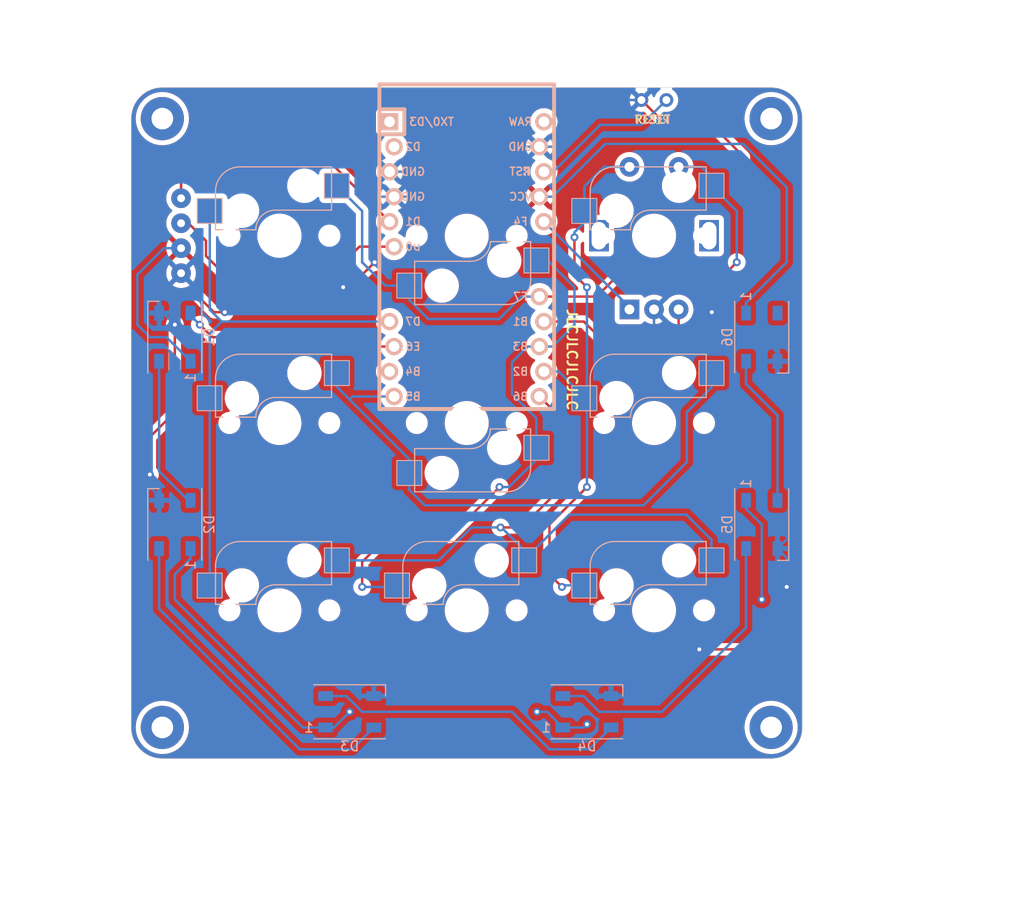
<source format=kicad_pcb>
(kicad_pcb (version 20221018) (generator pcbnew)
  (layers (0 "F.Cu" signal) (31 "B.Cu" signal) (34 "B.Paste" user) (35 "F.Paste" user) (36 "B.SilkS" user "B.Silkscreen") (37 "F.SilkS" user "F.Silkscreen") (38 "B.Mask" user) (39 "F.Mask" user) (44 "Edge.Cuts" user))
  (net 0 "")
  (net 1 "ROW0")
  (net 2 "COL0")
  (net 3 "COL1")
  (net 4 "COL2")
  (net 5 "ROW1")
  (net 6 "ROW2")
  (net 7 "GND")
  (net 8 "ENC2_A")
  (net 9 "ENC2_B")
  (net 10 "SDA")
  (net 11 "VCC")
  (net 12 "SCL_SCK")
  (net 13 "RST")
  (net 14 "Net-(D1-DOUT)")
  (net 15 "LED_DATA")
  (net 16 "Net-(D2-DOUT)")
  (net 17 "Net-(D3-DOUT)")
  (net 18 "Net-(D4-DOUT)")
  (net 19 "Net-(D5-DOUT)")
  (footprint "MX_Only:MXOnly-1U-Hotswap" (layer "F.Cu") (at 120.49125 59.53125)
    (fp_text reference "MX1")
    (fp_text value "MX-NoLED")
    (pad "" np_thru_hole circle (at -5.08 0 48.0996) (size 1.75 1.75) (drill 1.75) (layers "*.Cu" "*.Mask"))
    (pad "" np_thru_hole circle (at -3.81 -2.54) (size 3 3) (drill 3) (layers "*.Cu" "*.Mask"))
    (pad "" np_thru_hole circle (at 0 0) (size 3.9878 3.9878) (drill 3.9878) (layers "*.Cu" "*.Mask"))
    (pad "" np_thru_hole circle (at 2.54 -5.08) (size 3 3) (drill 3) (layers "*.Cu" "*.Mask"))
    (pad "" np_thru_hole circle (at 5.08 0 48.0996) (size 1.75 1.75) (drill 1.75) (layers "*.Cu" "*.Mask"))
    (pad "1" smd rect (at -7.085 -2.54) (size 2.55 2.5) (layers "B.Cu" "B.Paste" "B.Mask") (net 2 "COL0"))
    (pad "2" smd rect (at 5.842 -5.08) (size 2.55 2.5) (layers "B.Cu" "B.Paste" "B.Mask") (net 1 "ROW0"))
  )
  (footprint "MX_Only:MXOnly-1U-Hotswap" (layer "F.Cu") (at 139.54125 59.53125 180)
    (fp_text reference "MX2")
    (fp_text value "MX-NoLED")
    (pad "" np_thru_hole circle (at -5.08 0 228.0996) (size 1.75 1.75) (drill 1.75) (layers "*.Cu" "*.Mask"))
    (pad "" np_thru_hole circle (at -3.81 -2.54 180) (size 3 3) (drill 3) (layers "*.Cu" "*.Mask"))
    (pad "" np_thru_hole circle (at 0 0 180) (size 3.9878 3.9878) (drill 3.9878) (layers "*.Cu" "*.Mask"))
    (pad "" np_thru_hole circle (at 2.54 -5.08 180) (size 3 3) (drill 3) (layers "*.Cu" "*.Mask"))
    (pad "" np_thru_hole circle (at 5.08 0 228.0996) (size 1.75 1.75) (drill 1.75) (layers "*.Cu" "*.Mask"))
    (pad "1" smd rect (at -7.085 -2.54 180) (size 2.55 2.5) (layers "B.Cu" "B.Paste" "B.Mask") (net 3 "COL1"))
    (pad "2" smd rect (at 5.842 -5.08 180) (size 2.55 2.5) (layers "B.Cu" "B.Paste" "B.Mask") (net 1 "ROW0"))
  )
  (footprint "MX_Only:MXOnly-1U-Hotswap" (layer "F.Cu") (at 158.59125 59.53125)
    (fp_text reference "MX3")
    (fp_text value "MX-NoLED")
    (pad "" np_thru_hole circle (at -5.08 0 48.0996) (size 1.75 1.75) (drill 1.75) (layers "*.Cu" "*.Mask"))
    (pad "" np_thru_hole circle (at -3.81 -2.54) (size 3 3) (drill 3) (layers "*.Cu" "*.Mask"))
    (pad "" np_thru_hole circle (at 0 0) (size 3.9878 3.9878) (drill 3.9878) (layers "*.Cu" "*.Mask"))
    (pad "" np_thru_hole circle (at 2.54 -5.08) (size 3 3) (drill 3) (layers "*.Cu" "*.Mask"))
    (pad "" np_thru_hole circle (at 5.08 0 48.0996) (size 1.75 1.75) (drill 1.75) (layers "*.Cu" "*.Mask"))
    (pad "1" smd rect (at -7.085 -2.54) (size 2.55 2.5) (layers "B.Cu" "B.Paste" "B.Mask") (net 4 "COL2"))
    (pad "2" smd rect (at 5.842 -5.08) (size 2.55 2.5) (layers "B.Cu" "B.Paste" "B.Mask") (net 1 "ROW0"))
  )
  (footprint "MX_Only:MXOnly-1U-Hotswap" (layer "F.Cu") (at 139.54125 78.58125 180)
    (fp_text reference "MX5")
    (fp_text value "MX-NoLED")
    (pad "" np_thru_hole circle (at -5.08 0 228.0996) (size 1.75 1.75) (drill 1.75) (layers "*.Cu" "*.Mask"))
    (pad "" np_thru_hole circle (at -3.81 -2.54 180) (size 3 3) (drill 3) (layers "*.Cu" "*.Mask"))
    (pad "" np_thru_hole circle (at 0 0 180) (size 3.9878 3.9878) (drill 3.9878) (layers "*.Cu" "*.Mask"))
    (pad "" np_thru_hole circle (at 2.54 -5.08 180) (size 3 3) (drill 3) (layers "*.Cu" "*.Mask"))
    (pad "" np_thru_hole circle (at 5.08 0 228.0996) (size 1.75 1.75) (drill 1.75) (layers "*.Cu" "*.Mask"))
    (pad "1" smd rect (at -7.085 -2.54 180) (size 2.55 2.5) (layers "B.Cu" "B.Paste" "B.Mask") (net 3 "COL1"))
    (pad "2" smd rect (at 5.842 -5.08 180) (size 2.55 2.5) (layers "B.Cu" "B.Paste" "B.Mask") (net 5 "ROW1"))
  )
  (footprint "MX_Only:MXOnly-1U-Hotswap" (layer "F.Cu") (at 158.59125 78.58125)
    (fp_text reference "MX6")
    (fp_text value "MX-NoLED")
    (pad "" np_thru_hole circle (at -5.08 0 48.0996) (size 1.75 1.75) (drill 1.75) (layers "*.Cu" "*.Mask"))
    (pad "" np_thru_hole circle (at -3.81 -2.54) (size 3 3) (drill 3) (layers "*.Cu" "*.Mask"))
    (pad "" np_thru_hole circle (at 0 0) (size 3.9878 3.9878) (drill 3.9878) (layers "*.Cu" "*.Mask"))
    (pad "" np_thru_hole circle (at 2.54 -5.08) (size 3 3) (drill 3) (layers "*.Cu" "*.Mask"))
    (pad "" np_thru_hole circle (at 5.08 0 48.0996) (size 1.75 1.75) (drill 1.75) (layers "*.Cu" "*.Mask"))
    (pad "1" smd rect (at -7.085 -2.54) (size 2.55 2.5) (layers "B.Cu" "B.Paste" "B.Mask") (net 4 "COL2"))
    (pad "2" smd rect (at 5.842 -5.08) (size 2.55 2.5) (layers "B.Cu" "B.Paste" "B.Mask") (net 5 "ROW1"))
  )
  (footprint "MX_Only:MXOnly-1U-Hotswap" (layer "F.Cu") (at 120.49125 97.63125)
    (fp_text reference "MX7")
    (fp_text value "MX-NoLED")
    (pad "" np_thru_hole circle (at -5.08 0 48.0996) (size 1.75 1.75) (drill 1.75) (layers "*.Cu" "*.Mask"))
    (pad "" np_thru_hole circle (at -3.81 -2.54) (size 3 3) (drill 3) (layers "*.Cu" "*.Mask"))
    (pad "" np_thru_hole circle (at 0 0) (size 3.9878 3.9878) (drill 3.9878) (layers "*.Cu" "*.Mask"))
    (pad "" np_thru_hole circle (at 2.54 -5.08) (size 3 3) (drill 3) (layers "*.Cu" "*.Mask"))
    (pad "" np_thru_hole circle (at 5.08 0 48.0996) (size 1.75 1.75) (drill 1.75) (layers "*.Cu" "*.Mask"))
    (pad "1" smd rect (at -7.085 -2.54) (size 2.55 2.5) (layers "B.Cu" "B.Paste" "B.Mask") (net 2 "COL0"))
    (pad "2" smd rect (at 5.842 -5.08) (size 2.55 2.5) (layers "B.Cu" "B.Paste" "B.Mask") (net 6 "ROW2"))
  )
  (footprint "MX_Only:MXOnly-1U-Hotswap" (layer "F.Cu") (at 139.54125 97.63125)
    (fp_text reference "MX8")
    (fp_text value "MX-NoLED")
    (pad "" np_thru_hole circle (at -5.08 0 48.0996) (size 1.75 1.75) (drill 1.75) (layers "*.Cu" "*.Mask"))
    (pad "" np_thru_hole circle (at -3.81 -2.54) (size 3 3) (drill 3) (layers "*.Cu" "*.Mask"))
    (pad "" np_thru_hole circle (at 0 0) (size 3.9878 3.9878) (drill 3.9878) (layers "*.Cu" "*.Mask"))
    (pad "" np_thru_hole circle (at 2.54 -5.08) (size 3 3) (drill 3) (layers "*.Cu" "*.Mask"))
    (pad "" np_thru_hole circle (at 5.08 0 48.0996) (size 1.75 1.75) (drill 1.75) (layers "*.Cu" "*.Mask"))
    (pad "1" smd rect (at -7.085 -2.54) (size 2.55 2.5) (layers "B.Cu" "B.Paste" "B.Mask") (net 3 "COL1"))
    (pad "2" smd rect (at 5.842 -5.08) (size 2.55 2.5) (layers "B.Cu" "B.Paste" "B.Mask") (net 6 "ROW2"))
  )
  (footprint "MX_Only:MXOnly-1U-Hotswap" (layer "F.Cu") (at 158.59125 97.63125)
    (fp_text reference "MX9")
    (fp_text value "MX-NoLED")
    (pad "" np_thru_hole circle (at -5.08 0 48.0996) (size 1.75 1.75) (drill 1.75) (layers "*.Cu" "*.Mask"))
    (pad "" np_thru_hole circle (at -3.81 -2.54) (size 3 3) (drill 3) (layers "*.Cu" "*.Mask"))
    (pad "" np_thru_hole circle (at 0 0) (size 3.9878 3.9878) (drill 3.9878) (layers "*.Cu" "*.Mask"))
    (pad "" np_thru_hole circle (at 2.54 -5.08) (size 3 3) (drill 3) (layers "*.Cu" "*.Mask"))
    (pad "" np_thru_hole circle (at 5.08 0 48.0996) (size 1.75 1.75) (drill 1.75) (layers "*.Cu" "*.Mask"))
    (pad "1" smd rect (at -7.085 -2.54) (size 2.55 2.5) (layers "B.Cu" "B.Paste" "B.Mask") (net 4 "COL2"))
    (pad "2" smd rect (at 5.842 -5.08) (size 2.55 2.5) (layers "B.Cu" "B.Paste" "B.Mask") (net 6 "ROW2"))
  )
  (footprint "128x32_OLED:128x32_OLED_F_ROTATE" (layer "F.Cu") (at 106.739 59.53125 90)
    (fp_text reference "U1" hide)
    (fp_text value "128x32_OLED_S")
    (pad "1" thru_hole circle (at 3.8095 3.751 180) (size 2 2) (drill 0.8) (layers "*.Cu" "*.Mask") (net 10 "SDA"))
    (pad "2" thru_hole circle (at 1.2695 3.751 180) (size 2 2) (drill 0.8) (layers "*.Cu" "*.Mask") (net 12 "SCL_SCK"))
    (pad "3" thru_hole circle (at -1.2705 3.751 180) (size 2 2) (drill 0.8) (layers "*.Cu" "*.Mask") (net 11 "VCC"))
    (pad "4" thru_hole circle (at -3.8105 3.751 180) (size 2 2) (drill 0.8) (layers "*.Cu" "*.Mask") (net 7 "GND"))
  )
  (footprint "Keebio-Parts.pretty-master:ArduinoProMicro-ZigZag" (layer "F.Cu") (at 139.54125 61.9125 -90)
    (fp_text reference "U2" hide)
    (fp_text value "ProMicro" hide)
    (fp_text user "D2" (at -11.43 5.461) (layer "B.SilkS") (effects (font (size 0.8 0.8)) (justify mirror)))
    (fp_text user "D7" (at 6.35 5.461) (layer "B.SilkS") (effects (font (size 0.8 0.8)) (justify mirror)))
    (fp_text user "B4" (at 11.43 5.461) (layer "B.SilkS") (effects (font (size 0.8 0.8)) (justify mirror)))
    (fp_text user "GND" (at -11.43 -5.461) (layer "B.SilkS") (effects (font (size 0.8 0.8)) (justify mirror)))
    (fp_text user "F7" (at 3.81 -5.461) (layer "B.SilkS") (effects (font (size 0.8 0.8)) (justify mirror)))
    (fp_text user "ST" (at -8.91 -5.04) (layer "B.SilkS") (effects (font (size 0.8 0.8)) (justify mirror)))
    (fp_text user "F4" (at -3.81 -5.461) (layer "B.SilkS") (effects (font (size 0.8 0.8)) (justify mirror)))
    (fp_text user "VCC" (at -6.35 -5.461) (layer "B.SilkS") (effects (font (size 0.8 0.8)) (justify mirror)))
    (fp_text user "B1" (at 6.35 -5.461) (layer "B.SilkS") (effects (font (size 0.8 0.8)) (justify mirror)))
    (fp_text user "B2" (at 11.43 -5.461) (layer "B.SilkS") (effects (font (size 0.8 0.8)) (justify mirror)))
    (fp_text user "B5" (at 13.97 5.461) (layer "B.SilkS") (effects (font (size 0.8 0.8)) (justify mirror)))
    (fp_text user "GND" (at -8.89 5.461) (layer "B.SilkS") (effects (font (size 0.8 0.8)) (justify mirror)))
    (fp_text user "D0" (at -1.27 5.461) (layer "B.SilkS") (effects (font (size 0.8 0.8)) (justify mirror)))
    (fp_text user "B6" (at 13.97 -5.461) (layer "B.SilkS") (effects (font (size 0.8 0.8)) (justify mirror)))
    (fp_text user "D1" (at -3.81 5.461) (layer "B.SilkS") (effects (font (size 0.8 0.8)) (justify mirror)))
    (fp_text user "RAW" (at -13.97 -5.461) (layer "B.SilkS") (effects (font (size 0.8 0.8)) (justify mirror)))
    (fp_text user "GND" (at -6.35 5.461) (layer "B.SilkS") (effects (font (size 0.8 0.8)) (justify mirror)))
    (fp_text user "E6" (at 8.89 5.461) (layer "B.SilkS") (effects (font (size 0.8 0.8)) (justify mirror)))
    (fp_text user "TX0/D3" (at -13.97 3.571872) (layer "B.SilkS") (effects (font (size 0.8 0.8)) (justify mirror)))
    (fp_text user "B3" (at 8.89 -5.461) (layer "B.SilkS") (effects (font (size 0.8 0.8)) (justify mirror)))
    (pad "1" thru_hole rect (at -13.97 7.8486 270) (size 1.7526 1.7526) (drill 1.0922) (layers "*.Cu" "*.SilkS" "*.Mask"))
    (pad "2" thru_hole circle (at -11.43 7.3914 270) (size 1.7526 1.7526) (drill 1.0922) (layers "*.Cu" "*.SilkS" "*.Mask"))
    (pad "3" thru_hole circle (at -8.89 7.8486 270) (size 1.7526 1.7526) (drill 1.0922) (layers "*.Cu" "*.SilkS" "*.Mask") (net 7 "GND"))
    (pad "4" thru_hole circle (at -6.35 7.3914 270) (size 1.7526 1.7526) (drill 1.0922) (layers "*.Cu" "*.SilkS" "*.Mask") (net 7 "GND"))
    (pad "5" thru_hole circle (at -3.81 7.8486 270) (size 1.7526 1.7526) (drill 1.0922) (layers "*.Cu" "*.SilkS" "*.Mask") (net 10 "SDA"))
    (pad "6" thru_hole circle (at -1.27 7.3914 270) (size 1.7526 1.7526) (drill 1.0922) (layers "*.Cu" "*.SilkS" "*.Mask") (net 12 "SCL_SCK"))
    (pad "9" thru_hole circle (at 6.35 7.8486 270) (size 1.7526 1.7526) (drill 1.0922) (layers "*.Cu" "*.SilkS" "*.Mask") (net 2 "COL0"))
    (pad "10" thru_hole circle (at 8.89 7.3914 270) (size 1.7526 1.7526) (drill 1.0922) (layers "*.Cu" "*.SilkS" "*.Mask") (net 15 "LED_DATA"))
    (pad "11" thru_hole circle (at 11.43 7.8486 270) (size 1.7526 1.7526) (drill 1.0922) (layers "*.Cu" "*.SilkS" "*.Mask"))
    (pad "12" thru_hole circle (at 13.97 7.3914 270) (size 1.7526 1.7526) (drill 1.0922) (layers "*.Cu" "*.SilkS" "*.Mask") (net 5 "ROW1"))
    (pad "13" thru_hole circle (at 13.97 -7.3914 270) (size 1.7526 1.7526) (drill 1.0922) (layers "*.Cu" "*.SilkS" "*.Mask") (net 6 "ROW2"))
    (pad "14" thru_hole circle (at 11.43 -7.8486 270) (size 1.7526 1.7526) (drill 1.0922) (layers "*.Cu" "*.SilkS" "*.Mask") (net 4 "COL2"))
    (pad "15" thru_hole circle (at 8.89 -7.3914 270) (size 1.7526 1.7526) (drill 1.0922) (layers "*.Cu" "*.SilkS" "*.Mask") (net 3 "COL1"))
    (pad "16" thru_hole circle (at 6.35 -7.8486 270) (size 1.7526 1.7526) (drill 1.0922) (layers "*.Cu" "*.SilkS" "*.Mask") (net 9 "ENC2_B"))
    (pad "17" thru_hole circle (at 3.81 -7.3914 270) (size 1.7526 1.7526) (drill 1.0922) (layers "*.Cu" "*.SilkS" "*.Mask") (net 1 "ROW0"))
    (pad "20" thru_hole circle (at -3.81 -7.8486 270) (size 1.7526 1.7526) (drill 1.0922) (layers "*.Cu" "*.SilkS" "*.Mask") (net 8 "ENC2_A"))
    (pad "21" thru_hole circle (at -6.35 -7.3914 270) (size 1.7526 1.7526) (drill 1.0922) (layers "*.Cu" "*.SilkS" "*.Mask") (net 11 "VCC"))
    (pad "22" thru_hole circle (at -8.89 -7.8486 270) (size 1.7526 1.7526) (drill 1.0922) (layers "*.Cu" "*.SilkS" "*.Mask") (net 13 "RST"))
    (pad "23" thru_hole circle (at -11.43 -7.3914 270) (size 1.7526 1.7526) (drill 1.0922) (layers "*.Cu" "*.SilkS" "*.Mask") (net 7 "GND"))
    (pad "24" thru_hole circle (at -13.97 -7.8486 270) (size 1.7526 1.7526) (drill 1.0922) (layers "*.Cu" "*.SilkS" "*.Mask"))
  )
  (footprint "Rotary_Encoder:RotaryEncoder_Alps_EC11E-Switch_Vertical_H20mm" (layer "F.Cu") (at 158.59125 59.53125 90)
    (fp_text reference "SW2" hide)
    (fp_text value "Rotary_Encoder_Switch")
    (pad "" np_thru_hole rect (at 0 -5.6 90) (size 3.2 2) (drill oval 2.8 1.5) (layers "*.Cu" "*.Mask"))
    (pad "" np_thru_hole rect (at 0 5.6 90) (size 3.2 2) (drill oval 2.8 1.5) (layers "*.Cu" "*.Mask"))
    (pad "A" thru_hole rect (at -7.5 -2.5 90) (size 2 2) (drill 1) (layers "*.Cu" "*.Mask") (net 8 "ENC2_A"))
    (pad "B" thru_hole circle (at -7.5 2.5 90) (size 2 2) (drill 1) (layers "*.Cu" "*.Mask") (net 9 "ENC2_B"))
    (pad "C" thru_hole circle (at -7.5 0 90) (size 2 2) (drill 1) (layers "*.Cu" "*.Mask") (net 7 "GND"))
    (pad "S1" thru_hole circle (at 7 2.5 90) (size 2 2) (drill 1) (layers "*.Cu" "*.Mask") (net 1 "ROW0"))
    (pad "S2" thru_hole circle (at 7 -2.5 90) (size 2 2) (drill 1) (layers "*.Cu" "*.Mask") (net 4 "COL2"))
  )
  (footprint "MX_Only:MXOnly-1U-Hotswap" (layer "F.Cu") (at 120.49125 78.58125)
    (fp_text reference "MX4")
    (fp_text value "MX-NoLED")
    (pad "" np_thru_hole circle (at -5.08 0 48.0996) (size 1.75 1.75) (drill 1.75) (layers "*.Cu" "*.Mask"))
    (pad "" np_thru_hole circle (at -3.81 -2.54) (size 3 3) (drill 3) (layers "*.Cu" "*.Mask"))
    (pad "" np_thru_hole circle (at 0 0) (size 3.9878 3.9878) (drill 3.9878) (layers "*.Cu" "*.Mask"))
    (pad "" np_thru_hole circle (at 2.54 -5.08) (size 3 3) (drill 3) (layers "*.Cu" "*.Mask"))
    (pad "" np_thru_hole circle (at 5.08 0 48.0996) (size 1.75 1.75) (drill 1.75) (layers "*.Cu" "*.Mask"))
    (pad "1" smd rect (at -7.085 -2.54) (size 2.55 2.5) (layers "B.Cu" "B.Paste" "B.Mask") (net 2 "COL0"))
    (pad "2" smd rect (at 5.842 -5.08) (size 2.55 2.5) (layers "B.Cu" "B.Paste" "B.Mask") (net 5 "ROW1"))
  )
  (footprint "TestPoint:TestPoint_2Pads_Pitch2.54mm_Drill0.8mm" (layer "F.Cu") (at 159.84565 45.73386 180)
    (fp_text reference "TP1" hide)
    (fp_text value "TestPoint_2Pole")
    (pad "1" thru_hole circle (at 0 0 180) (size 1.4 1.4) (drill 0.8) (layers "*.Cu" "*.Mask") (net 13 "RST"))
    (pad "2" thru_hole circle (at 2.54 0 180) (size 1.4 1.4) (drill 0.8) (layers "*.Cu" "*.Mask") (net 7 "GND"))
  )
  (footprint "MountingHole:MountingHole_2.2mm_M2_Pad" (layer "F.Cu") (at 108.585 47.625)
    (fp_text reference "REF**" hide)
    (fp_text value "MountingHole_2.2mm_M2_Pad")
    (pad "1" thru_hole circle (at 0 0) (size 4.4 4.4) (drill 2.2) (layers "*.Cu" "*.Mask"))
  )
  (footprint "MountingHole:MountingHole_2.2mm_M2_Pad" (layer "F.Cu") (at 108.585 109.5375)
    (fp_text reference "REF**" hide)
    (fp_text value "MountingHole_2.2mm_M2_Pad")
    (pad "1" thru_hole circle (at 0 0) (size 4.4 4.4) (drill 2.2) (layers "*.Cu" "*.Mask"))
  )
  (footprint "MountingHole:MountingHole_2.2mm_M2_Pad" (layer "F.Cu") (at 170.4975 109.5375)
    (fp_text reference "REF**" hide)
    (fp_text value "MountingHole_2.2mm_M2_Pad")
    (pad "1" thru_hole circle (at 0 0) (size 4.4 4.4) (drill 2.2) (layers "*.Cu" "*.Mask"))
  )
  (footprint "MountingHole:MountingHole_2.2mm_M2_Pad" (layer "F.Cu") (at 170.4975 47.625)
    (fp_text reference "REF**" hide)
    (fp_text value "MountingHole_2.2mm_M2_Pad")
    (pad "1" thru_hole circle (at 0 0) (size 4.4 4.4) (drill 2.2) (layers "*.Cu" "*.Mask"))
  )
  (footprint "LED_SMD:LED_WS2812B_PLCC4_5.0x5.0mm_P3.2mm" (layer "B.Cu") (at 109.855 88.9 90)
    (fp_text reference "D2" (at 0 3.5 90) (layer "B.SilkS") (effects (justify mirror)))
    (fp_text value "WS2812B")
    (fp_text user "1" (at -4.15 1.6 90) (layer "B.SilkS") (effects (justify mirror)))
    (pad "1" smd rect (at -2.45 1.6 90) (size 1.5 1) (layers "B.Cu" "B.Paste" "B.Mask") (net 11 "VCC"))
    (pad "2" smd rect (at -2.45 -1.6 90) (size 1.5 1) (layers "B.Cu" "B.Paste" "B.Mask") (net 16 "Net-(D2-DOUT)"))
    (pad "3" smd rect (at 2.45 -1.6 90) (size 1.5 1) (layers "B.Cu" "B.Paste" "B.Mask") (net 7 "GND"))
    (pad "4" smd rect (at 2.45 1.6 90) (size 1.5 1) (layers "B.Cu" "B.Paste" "B.Mask") (net 14 "Net-(D1-DOUT)"))
  )
  (footprint "LED_SMD:LED_WS2812B_PLCC4_5.0x5.0mm_P3.2mm" (layer "B.Cu") (at 127.635 107.95)
    (fp_text reference "D3" (at 0 3.5) (layer "B.SilkS") (effects (justify mirror)))
    (fp_text value "WS2812B")
    (fp_text user "1" (at -4.15 1.6) (layer "B.SilkS") (effects (justify mirror)))
    (pad "1" smd rect (at -2.45 1.6) (size 1.5 1) (layers "B.Cu" "B.Paste" "B.Mask") (net 11 "VCC"))
    (pad "2" smd rect (at -2.45 -1.6) (size 1.5 1) (layers "B.Cu" "B.Paste" "B.Mask") (net 17 "Net-(D3-DOUT)"))
    (pad "3" smd rect (at 2.45 -1.6) (size 1.5 1) (layers "B.Cu" "B.Paste" "B.Mask") (net 7 "GND"))
    (pad "4" smd rect (at 2.45 1.6) (size 1.5 1) (layers "B.Cu" "B.Paste" "B.Mask") (net 16 "Net-(D2-DOUT)"))
  )
  (footprint "LED_SMD:LED_WS2812B_PLCC4_5.0x5.0mm_P3.2mm" (layer "B.Cu") (at 169.545 88.9 -90)
    (fp_text reference "D5" (at 0 3.5 90) (layer "B.SilkS") (effects (justify mirror)))
    (fp_text value "WS2812B")
    (fp_text user "1" (at -4.15 1.6 90) (layer "B.SilkS") (effects (justify mirror)))
    (pad "1" smd rect (at -2.45 1.6 270) (size 1.5 1) (layers "B.Cu" "B.Paste" "B.Mask") (net 11 "VCC"))
    (pad "2" smd rect (at -2.45 -1.6 270) (size 1.5 1) (layers "B.Cu" "B.Paste" "B.Mask") (net 19 "Net-(D5-DOUT)"))
    (pad "3" smd rect (at 2.45 -1.6 270) (size 1.5 1) (layers "B.Cu" "B.Paste" "B.Mask") (net 7 "GND"))
    (pad "4" smd rect (at 2.45 1.6 270) (size 1.5 1) (layers "B.Cu" "B.Paste" "B.Mask") (net 18 "Net-(D4-DOUT)"))
  )
  (footprint "LED_SMD:LED_WS2812B_PLCC4_5.0x5.0mm_P3.2mm" (layer "B.Cu") (at 109.855 69.85 90)
    (fp_text reference "D1" (at 0 3.5 90) (layer "B.SilkS") (effects (justify mirror)))
    (fp_text value "WS2812B")
    (fp_text user "1" (at -4.15 1.6 90) (layer "B.SilkS") (effects (justify mirror)))
    (pad "1" smd rect (at -2.45 1.6 90) (size 1.5 1) (layers "B.Cu" "B.Paste" "B.Mask") (net 11 "VCC"))
    (pad "2" smd rect (at -2.45 -1.6 90) (size 1.5 1) (layers "B.Cu" "B.Paste" "B.Mask") (net 14 "Net-(D1-DOUT)"))
    (pad "3" smd rect (at 2.45 -1.6 90) (size 1.5 1) (layers "B.Cu" "B.Paste" "B.Mask") (net 7 "GND"))
    (pad "4" smd rect (at 2.45 1.6 90) (size 1.5 1) (layers "B.Cu" "B.Paste" "B.Mask") (net 15 "LED_DATA"))
  )
  (footprint "LED_SMD:LED_WS2812B_PLCC4_5.0x5.0mm_P3.2mm" (layer "B.Cu") (at 169.545 69.85 -90)
    (fp_text reference "D6" (at 0 3.5 90) (layer "B.SilkS") (effects (justify mirror)))
    (fp_text value "WS2812B")
    (fp_text user "1" (at -4.15 1.6 90) (layer "B.SilkS") (effects (justify mirror)))
    (pad "1" smd rect (at -2.45 1.6 270) (size 1.5 1) (layers "B.Cu" "B.Paste" "B.Mask") (net 11 "VCC"))
    (pad "2" smd rect (at -2.45 -1.6 270) (size 1.5 1) (layers "B.Cu" "B.Paste" "B.Mask"))
    (pad "3" smd rect (at 2.45 -1.6 270) (size 1.5 1) (layers "B.Cu" "B.Paste" "B.Mask") (net 7 "GND"))
    (pad "4" smd rect (at 2.45 1.6 270) (size 1.5 1) (layers "B.Cu" "B.Paste" "B.Mask") (net 19 "Net-(D5-DOUT)"))
  )
  (footprint "LED_SMD:LED_WS2812B_PLCC4_5.0x5.0mm_P3.2mm" (layer "B.Cu") (at 151.765 107.95)
    (fp_text reference "D4" (at 0 3.5) (layer "B.SilkS") (effects (justify mirror)))
    (fp_text value "WS2812B")
    (fp_text user "1" (at -4.15 1.6) (layer "B.SilkS") (effects (justify mirror)))
    (pad "1" smd rect (at -2.45 1.6) (size 1.5 1) (layers "B.Cu" "B.Paste" "B.Mask") (net 11 "VCC"))
    (pad "2" smd rect (at -2.45 -1.6) (size 1.5 1) (layers "B.Cu" "B.Paste" "B.Mask") (net 18 "Net-(D4-DOUT)"))
    (pad "3" smd rect (at 2.45 -1.6) (size 1.5 1) (layers "B.Cu" "B.Paste" "B.Mask") (net 7 "GND"))
    (pad "4" smd rect (at 2.45 1.6) (size 1.5 1) (layers "B.Cu" "B.Paste" "B.Mask") (net 17 "Net-(D3-DOUT)"))
  )
  (gr_line (start 105.41 47.625) (end 105.41 109.5375) (stroke (width 0.05)) (layer "Edge.Cuts"))
  (gr_line (start 108.585 112.7125) (end 170.4975 112.7125) (stroke (width 0.05)) (layer "Edge.Cuts"))
  (gr_line (start 173.6725 109.5375) (end 173.6725 47.625) (stroke (width 0.05)) (layer "Edge.Cuts"))
  (gr_line (start 170.4975 44.45) (end 108.585 44.45) (stroke (width 0.05)) (layer "Edge.Cuts"))
  (gr_arc (start 170.4975 44.45) (mid 172.742564 45.379936) (end 173.6725 47.625) (stroke (width 0.05)) (layer "Edge.Cuts"))
  (gr_arc (start 108.585 112.7125) (mid 106.339936 111.782564) (end 105.41 109.5375) (stroke (width 0.05)) (layer "Edge.Cuts"))
  (gr_arc (start 105.41 47.625) (mid 106.339936 45.379936) (end 108.585 44.45) (stroke (width 0.05)) (layer "Edge.Cuts"))
  (gr_arc (start 173.6725 109.5375) (mid 172.742564 111.782564) (end 170.4975 112.7125) (stroke (width 0.05)) (layer "Edge.Cuts"))
  (gr_text "RESET" (at 158.425 47.75) (layer "B.SilkS") (effects (font (size 0.8 0.8)) (justify mirror)))
  (gr_text "RESET" (at 158.425 47.7) (layer "F.SilkS") (effects (font (size 0.8 0.8))))
  (gr_text "JLCJLCJLCJLC" (at 150.241 72.136 270) (layer "F.SilkS") (effects (font (size 1 1) (thickness 0.2))))
  (segment (start 167.005 62.23) (end 167.005 62.23) (width 0.25) (layer "F.Cu") (net 1))
  (segment (start 165.435 63.8) (end 167.005 62.23) (width 0.25) (layer "F.Cu") (net 1))
  (segment (start 154.675 63.8) (end 165.435 63.8) (width 0.25) (layer "F.Cu") (net 1))
  (segment (start 146.93265 65.7225) (end 152.7525 65.7225) (width 0.25) (layer "F.Cu") (net 1))
  (segment (start 152.7525 65.7225) (end 154.675 63.8) (width 0.25) (layer "F.Cu") (net 1))
  (via (at 167.005 62.23) (size 0.8) (drill 0.4) (layers "F.Cu" "B.Cu") (net 1))
  (segment (start 163.40625 52.53125) (end 164.43325 53.55825) (width 0.25) (layer "B.Cu") (net 1))
  (segment (start 126.33325 54.45125) (end 128.905 57.023) (width 0.25) (layer "B.Cu") (net 1))
  (segment (start 145.1025 65.7225) (end 146.93265 65.7225) (width 0.25) (layer "B.Cu") (net 1))
  (segment (start 142.825 68) (end 145.1025 65.7225) (width 0.25) (layer "B.Cu") (net 1))
  (segment (start 161.09125 52.53125) (end 163.40625 52.53125) (width 0.25) (layer "B.Cu") (net 1))
  (segment (start 133.69925 64.61125) (end 133.69925 66.07425) (width 0.25) (layer "B.Cu") (net 1))
  (segment (start 128.905 62.23) (end 131.28625 64.61125) (width 0.25) (layer "B.Cu") (net 1))
  (segment (start 167.005 57.023) (end 164.43325 54.45125) (width 0.25) (layer "B.Cu") (net 1))
  (segment (start 128.905 57.023) (end 128.905 62.23) (width 0.25) (layer "B.Cu") (net 1))
  (segment (start 164.43325 53.55825) (end 164.43325 54.45125) (width 0.25) (layer "B.Cu") (net 1))
  (segment (start 167.005 62.23) (end 167.005 57.023) (width 0.25) (layer "B.Cu") (net 1))
  (segment (start 133.69925 66.07425) (end 135.625 68) (width 0.25) (layer "B.Cu") (net 1))
  (segment (start 131.28625 64.61125) (end 133.69925 64.61125) (width 0.25) (layer "B.Cu") (net 1))
  (segment (start 135.625 68) (end 142.825 68) (width 0.25) (layer "B.Cu") (net 1))
  (segment (start 113.40625 67.05125) (end 114.6175 68.2625) (width 0.25) (layer "B.Cu") (net 2))
  (segment (start 113.40625 56.99125) (end 113.40625 67.05125) (width 0.25) (layer "B.Cu") (net 2))
  (segment (start 113.40625 69.47375) (end 114.6175 68.2625) (width 0.25) (layer "B.Cu") (net 2))
  (segment (start 113.40625 95.09125) (end 113.40625 76.04125) (width 0.25) (layer "B.Cu") (net 2))
  (segment (start 114.6175 68.2625) (end 131.69265 68.2625) (width 0.25) (layer "B.Cu") (net 2))
  (segment (start 113.40625 76.04125) (end 113.40625 69.47375) (width 0.25) (layer "B.Cu") (net 2))
  (segment (start 128.905 95.25) (end 128.905 95.25) (width 0.25) (layer "F.Cu") (net 3))
  (segment (start 128.905 92.71) (end 128.905 95.25) (width 0.25) (layer "F.Cu") (net 3))
  (segment (start 142.875 85.09) (end 137.795 90.17) (width 0.25) (layer "F.Cu") (net 3))
  (segment (start 137.795 90.17) (end 131.445 90.17) (width 0.25) (layer "F.Cu") (net 3))
  (segment (start 131.445 90.17) (end 128.905 92.71) (width 0.25) (layer "F.Cu") (net 3))
  (via (at 142.875 85.09) (size 0.8) (drill 0.4) (layers "F.Cu" "B.Cu") (net 3))
  (via (at 128.905 95.25) (size 0.8) (drill 0.4) (layers "F.Cu" "B.Cu") (net 3))
  (segment (start 142.875 85.09) (end 142.875 85.09) (width 0.25) (layer "B.Cu") (net 3))
  (segment (start 146.62625 82.29875) (end 143.835 85.09) (width 0.25) (layer "B.Cu") (net 3))
  (segment (start 132.2975 95.25) (end 132.45625 95.09125) (width 0.25) (layer "B.Cu") (net 3))
  (segment (start 146.62625 78.10125) (end 144.145 75.62) (width 0.25) (layer "B.Cu") (net 3))
  (segment (start 128.905 95.25) (end 132.2975 95.25) (width 0.25) (layer "B.Cu") (net 3))
  (segment (start 145.7325 70.8025) (end 146.93265 70.8025) (width 0.25) (layer "B.Cu") (net 3))
  (segment (start 146.62625 62.07125) (end 147.79625 62.07125) (width 0.25) (layer "B.Cu") (net 3))
  (segment (start 143.835 85.09) (end 142.875 85.09) (width 0.25) (layer "B.Cu") (net 3))
  (segment (start 146.62625 81.12125) (end 146.62625 78.10125) (width 0.25) (layer "B.Cu") (net 3))
  (segment (start 146.62625 81.12125) (end 146.62625 82.29875) (width 0.25) (layer "B.Cu") (net 3))
  (segment (start 144.145 75.62) (end 144.145 72.39) (width 0.25) (layer "B.Cu") (net 3))
  (segment (start 147.79625 62.07125) (end 150.495 64.77) (width 0.25) (layer "B.Cu") (net 3))
  (segment (start 148.2725 70.8025) (end 146.93265 70.8025) (width 0.25) (layer "B.Cu") (net 3))
  (segment (start 150.495 64.77) (end 150.495 68.58) (width 0.25) (layer "B.Cu") (net 3))
  (segment (start 150.495 68.58) (end 148.2725 70.8025) (width 0.25) (layer "B.Cu") (net 3))
  (segment (start 144.145 72.39) (end 145.7325 70.8025) (width 0.25) (layer "B.Cu") (net 3))
  (segment (start 151.765 64.77) (end 151.765 64.77) (width 0.25) (layer "F.Cu") (net 4))
  (segment (start 151.765 85.09) (end 151.765 85.09) (width 0.25) (layer "F.Cu") (net 4))
  (segment (start 150.495 59.69) (end 150.495 63.5) (width 0.25) (layer "F.Cu") (net 4))
  (segment (start 147.955 93.98) (end 147.955 90.17) (width 0.25) (layer "F.Cu") (net 4))
  (segment (start 147.955 90.17) (end 147.955 88.9) (width 0.25) (layer "F.Cu") (net 4))
  (segment (start 150.495 63.5) (end 151.765 64.77) (width 0.25) (layer "F.Cu") (net 4))
  (segment (start 147.955 88.9) (end 151.765 85.09) (width 0.25) (layer "F.Cu") (net 4))
  (segment (start 149.225 95.25) (end 147.955 93.98) (width 0.25) (layer "F.Cu") (net 4))
  (via (at 149.225 95.25) (size 0.8) (drill 0.4) (layers "F.Cu" "B.Cu") (net 4))
  (via (at 151.765 85.09) (size 0.8) (drill 0.4) (layers "F.Cu" "B.Cu") (net 4))
  (via (at 150.495 59.69) (size 0.8) (drill 0.4) (layers "F.Cu" "B.Cu") (net 4))
  (via (at 151.765 64.77) (size 0.8) (drill 0.4) (layers "F.Cu" "B.Cu") (net 4))
  (segment (start 150.495 59.69) (end 150.495 59.69) (width 0.25) (layer "B.Cu") (net 4))
  (segment (start 149.225 95.25) (end 149.225 95.25) (width 0.25) (layer "B.Cu") (net 4))
  (segment (start 151.50625 76.04125) (end 151.50625 75.94125) (width 0.25) (layer "B.Cu") (net 4))
  (segment (start 150.495 59.18) (end 150.495 59.69) (width 0.25) (layer "B.Cu") (net 4))
  (segment (start 151.765 76.3) (end 151.50625 76.04125) (width 0.25) (layer "B.Cu") (net 4))
  (segment (start 151.50625 54.51875) (end 153.49375 52.53125) (width 0.25) (layer "B.Cu") (net 4))
  (segment (start 151.50625 58.16875) (end 150.495 59.18) (width 0.25) (layer "B.Cu") (net 4))
  (segment (start 151.765 85.09) (end 151.765 76.3) (width 0.25) (layer "B.Cu") (net 4))
  (segment (start 151.765 64.77) (end 151.765 75.7825) (width 0.25) (layer "B.Cu") (net 4))
  (segment (start 151.50625 56.99125) (end 151.50625 58.16875) (width 0.25) (layer "B.Cu") (net 4))
  (segment (start 153.49375 52.53125) (end 156.09125 52.53125) (width 0.25) (layer "B.Cu") (net 4))
  (segment (start 149.38375 95.09125) (end 149.225 95.25) (width 0.25) (layer "B.Cu") (net 4))
  (segment (start 151.765 75.7825) (end 151.50625 76.04125) (width 0.25) (layer "B.Cu") (net 4))
  (segment (start 151.50625 95.09125) (end 149.38375 95.09125) (width 0.25) (layer "B.Cu") (net 4))
  (segment (start 148.9075 73.3425) (end 147.38985 73.3425) (width 0.25) (layer "B.Cu") (net 4))
  (segment (start 151.50625 75.94125) (end 148.9075 73.3425) (width 0.25) (layer "B.Cu") (net 4))
  (segment (start 151.50625 56.99125) (end 151.50625 54.51875) (width 0.25) (layer "B.Cu") (net 4))
  (segment (start 133.69925 82.26425) (end 133.69925 83.66125) (width 0.25) (layer "B.Cu") (net 5))
  (segment (start 161.925 77.47) (end 164.43325 74.96175) (width 0.25) (layer "B.Cu") (net 5))
  (segment (start 157.525 86.95) (end 161.925 82.55) (width 0.25) (layer "B.Cu") (net 5))
  (segment (start 135.275 86.95) (end 157.525 86.95) (width 0.25) (layer "B.Cu") (net 5))
  (segment (start 161.925 82.55) (end 161.925 77.47) (width 0.25) (layer "B.Cu") (net 5))
  (segment (start 126.33325 74.89825) (end 127.635 76.2) (width 0.25) (layer "B.Cu") (net 5))
  (segment (start 127.635 76.2) (end 133.69925 82.26425) (width 0.25) (layer "B.Cu") (net 5))
  (segment (start 133.69925 83.66125) (end 133.69925 85.37425) (width 0.25) (layer "B.Cu") (net 5))
  (segment (start 127.9525 75.8825) (end 127.635 76.2) (width 0.25) (layer "B.Cu") (net 5))
  (segment (start 126.33325 73.50125) (end 126.33325 74.89825) (width 0.25) (layer "B.Cu") (net 5))
  (segment (start 133.69925 85.37425) (end 135.275 86.95) (width 0.25) (layer "B.Cu") (net 5))
  (segment (start 132.14985 75.8825) (end 127.9525 75.8825) (width 0.25) (layer "B.Cu") (net 5))
  (segment (start 164.43325 74.96175) (end 164.43325 73.50125) (width 0.25) (layer "B.Cu") (net 5))
  (segment (start 142.975 89.2) (end 145.115 89.2) (width 0.25) (layer "F.Cu") (net 6))
  (segment (start 149.225 78.17485) (end 146.93265 75.8825) (width 0.25) (layer "F.Cu") (net 6))
  (segment (start 149.225 85.09) (end 149.225 78.17485) (width 0.25) (layer "F.Cu") (net 6))
  (segment (start 145.115 89.2) (end 149.225 85.09) (width 0.25) (layer "F.Cu") (net 6))
  (via (at 142.975 89.2) (size 0.8) (drill 0.4) (layers "F.Cu" "B.Cu") (net 6))
  (segment (start 145.38325 92.49175) (end 149.975 87.9) (width 0.25) (layer "B.Cu") (net 6))
  (segment (start 145.38325 92.55125) (end 145.38325 92.49175) (width 0.25) (layer "B.Cu") (net 6))
  (segment (start 136.68375 92.55125) (end 126.33325 92.55125) (width 0.25) (layer "B.Cu") (net 6))
  (segment (start 142.975 89.2) (end 140.035 89.2) (width 0.25) (layer "B.Cu") (net 6))
  (segment (start 149.975 87.9) (end 161.875 87.9) (width 0.25) (layer "B.Cu") (net 6))
  (segment (start 142.975 89.2) (end 143.075 89.2) (width 0.25) (layer "B.Cu") (net 6))
  (segment (start 143.075 89.2) (end 145.38325 91.50825) (width 0.25) (layer "B.Cu") (net 6))
  (segment (start 140.035 89.2) (end 136.68375 92.55125) (width 0.25) (layer "B.Cu") (net 6))
  (segment (start 145.38325 91.50825) (end 145.38325 92.55125) (width 0.25) (layer "B.Cu") (net 6))
  (segment (start 161.875 87.9) (end 164.43325 90.45825) (width 0.25) (layer "B.Cu") (net 6))
  (segment (start 164.43325 90.45825) (end 164.43325 92.55125) (width 0.25) (layer "B.Cu") (net 6))
  (segment (start 114.935 67.31) (end 114.935 67.31) (width 0.25) (layer "F.Cu") (net 7))
  (segment (start 164.465 67.31) (end 164.465 67.31) (width 0.25) (layer "F.Cu") (net 7))
  (segment (start 172.085 95.25) (end 172.085 95.25) (width 0.25) (layer "F.Cu") (net 7))
  (segment (start 130.175 62.23) (end 130.175 62.23) (width 0.25) (layer "F.Cu") (net 7))
  (segment (start 109.855 68.58) (end 109.855 68.58) (width 0.25) (layer "F.Cu") (net 7))
  (segment (start 111.76 64.61175) (end 111.76 65.235) (width 0.25) (layer "F.Cu") (net 7))
  (segment (start 109.855 77.47) (end 109.855 68.58) (width 0.25) (layer "F.Cu") (net 7))
  (segment (start 167.730001 55.335001) (end 169.545 57.15) (width 0.25) (layer "F.Cu") (net 7))
  (segment (start 111.76 65.235) (end 113.835 67.31) (width 0.25) (layer "F.Cu") (net 7))
  (segment (start 172.085 97.79) (end 172.085 95.25) (width 0.25) (layer "F.Cu") (net 7))
  (segment (start 107.315 80.01) (end 109.855 77.47) (width 0.25) (layer "F.Cu") (net 7))
  (segment (start 157.30565 45.73386) (end 159.83179 48.26) (width 0.25) (layer "F.Cu") (net 7))
  (segment (start 113.835 67.31) (end 114.935 67.31) (width 0.25) (layer "F.Cu") (net 7))
  (segment (start 169.545 62.23) (end 164.465 67.31) (width 0.25) (layer "F.Cu") (net 7))
  (segment (start 107.315 83.82) (end 107.315 80.01) (width 0.25) (layer "F.Cu") (net 7))
  (segment (start 168.275 101.6) (end 172.085 97.79) (width 0.25) (layer "F.Cu") (net 7))
  (segment (start 163.195 101.6) (end 168.275 101.6) (width 0.25) (layer "F.Cu") (net 7))
  (segment (start 164.465 48.26) (end 167.730001 51.525001) (width 0.25) (layer "F.Cu") (net 7))
  (segment (start 159.83179 48.26) (end 164.465 48.26) (width 0.25) (layer "F.Cu") (net 7))
  (segment (start 167.730001 51.525001) (end 167.730001 55.335001) (width 0.25) (layer "F.Cu") (net 7))
  (segment (start 127.635 64.77) (end 130.175 62.23) (width 0.25) (layer "F.Cu") (net 7))
  (segment (start 110.49 63.34175) (end 111.76 64.61175) (width 0.25) (layer "F.Cu") (net 7))
  (segment (start 126.975 64.77) (end 127.635 64.77) (width 0.25) (layer "F.Cu") (net 7))
  (segment (start 169.545 57.15) (end 169.545 62.23) (width 0.25) (layer "F.Cu") (net 7))
  (via (at 107.315 83.82) (size 0.8) (drill 0.4) (layers "F.Cu" "B.Cu") (net 7))
  (via (at 163.195 101.6) (size 0.8) (drill 0.4) (layers "F.Cu" "B.Cu") (net 7))
  (via (at 172.085 95.25) (size 0.8) (drill 0.4) (layers "F.Cu" "B.Cu") (net 7))
  (via (at 109.855 68.58) (size 0.8) (drill 0.4) (layers "F.Cu" "B.Cu") (net 7))
  (via (at 126.975 64.77) (size 0.8) (drill 0.4) (layers "F.Cu" "B.Cu") (net 7))
  (via (at 114.935 67.31) (size 0.8) (drill 0.4) (layers "F.Cu" "B.Cu") (net 7))
  (via (at 164.465 67.31) (size 0.8) (drill 0.4) (layers "F.Cu" "B.Cu") (net 7))
  (via (at 130.175 62.23) (size 0.8) (drill 0.4) (layers "F.Cu" "B.Cu") (net 7))
  (segment (start 163.195 101.6) (end 163.195 101.6) (width 0.25) (layer "B.Cu") (net 7))
  (segment (start 107.315 83.82) (end 107.315 83.82) (width 0.25) (layer "B.Cu") (net 7))
  (segment (start 164.465 69.85) (end 169.545 69.85) (width 0.25) (layer "B.Cu") (net 7))
  (segment (start 132.14985 55.5625) (end 136.8425 55.5625) (width 0.25) (layer "B.Cu") (net 7))
  (segment (start 158.59125 68.51625) (end 159.925 69.85) (width 0.25) (layer "B.Cu") (net 7))
  (segment (start 173.32249 89.17251) (end 171.145 91.35) (width 0.25) (layer "B.Cu") (net 7))
  (segment (start 108.255 67.4) (end 108.255 65.57675) (width 0.25) (layer "B.Cu") (net 7))
  (segment (start 153.74114 45.73386) (end 157.30565 45.73386) (width 0.25) (layer "B.Cu") (net 7))
  (segment (start 158.445 106.35) (end 163.195 101.6) (width 0.25) (layer "B.Cu") (net 7))
  (segment (start 154.215 106.35) (end 158.445 106.35) (width 0.25) (layer "B.Cu") (net 7))
  (segment (start 141.9225 50.4825) (end 139.3825 53.0225) (width 0.25) (layer "B.Cu") (net 7))
  (segment (start 164.465 67.31) (end 164.465 69.85) (width 0.25) (layer "B.Cu") (net 7))
  (segment (start 108.255 86.03) (end 107.315 85.09) (width 0.25) (layer "B.Cu") (net 7))
  (segment (start 108.255 67.4) (end 108.675 67.4) (width 0.25) (layer "B.Cu") (net 7))
  (segment (start 116.205 64.77) (end 114.935 66.04) (width 0.25) (layer "B.Cu") (net 7))
  (segment (start 172.085 95.25) (end 172.085 92.29) (width 0.25) (layer "B.Cu") (net 7))
  (segment (start 139.3825 53.0225) (end 131.69265 53.0225) (width 0.25) (layer "B.Cu") (net 7))
  (segment (start 171.145 71.45) (end 171.145 72.3) (width 0.25) (layer "B.Cu") (net 7))
  (segment (start 173.32249 76.16749) (end 173.32249 89.17251) (width 0.25) (layer "B.Cu") (net 7))
  (segment (start 171.145 72.3) (end 171.145 73.99) (width 0.25) (layer "B.Cu") (net 7))
  (segment (start 171.145 73.99) (end 173.32249 76.16749) (width 0.25) (layer "B.Cu") (net 7))
  (segment (start 132.14985 55.5625) (end 130.1425 55.5625) (width 0.25) (layer "B.Cu") (net 7))
  (segment (start 146.93265 50.4825) (end 141.9225 50.4825) (width 0.25) (layer "B.Cu") (net 7))
  (segment (start 114.935 66.04) (end 114.935 67.31) (width 0.25) (layer "B.Cu") (net 7))
  (segment (start 169.545 69.85) (end 171.145 71.45) (width 0.25) (layer "B.Cu") (net 7))
  (segment (start 146.93265 50.4825) (end 148.9925 50.4825) (width 0.25) (layer "B.Cu") (net 7))
  (segment (start 130.1425 55.5625) (end 129.825 55.88) (width 0.25) (layer "B.Cu") (net 7))
  (segment (start 108.255 86.45) (end 108.255 86.03) (width 0.25) (layer "B.Cu") (net 7))
  (segment (start 172.085 92.29) (end 171.145 91.35) (width 0.25) (layer "B.Cu") (net 7))
  (segment (start 158.59125 67.03125) (end 158.59125 68.51625) (width 0.25) (layer "B.Cu") (net 7))
  (segment (start 159.925 69.85) (end 164.465 69.85) (width 0.25) (layer "B.Cu") (net 7))
  (segment (start 126.975 64.77) (end 116.205 64.77) (width 0.25) (layer "B.Cu") (net 7))
  (segment (start 131.83235 55.88) (end 132.14985 55.5625) (width 0.25) (layer "B.Cu") (net 7))
  (segment (start 136.8425 55.5625) (end 139.3825 53.0225) (width 0.25) (layer "B.Cu") (net 7))
  (segment (start 108.675 67.4) (end 109.855 68.58) (width 0.25) (layer "B.Cu") (net 7))
  (segment (start 108.255 65.57675) (end 110.49 63.34175) (width 0.25) (layer "B.Cu") (net 7))
  (segment (start 129.825 61.88) (end 129.825 55.88) (width 0.25) (layer "B.Cu") (net 7))
  (segment (start 107.315 85.09) (end 107.315 83.82) (width 0.25) (layer "B.Cu") (net 7))
  (segment (start 148.9925 50.4825) (end 153.74114 45.73386) (width 0.25) (layer "B.Cu") (net 7))
  (segment (start 130.175 62.23) (end 129.825 61.88) (width 0.25) (layer "B.Cu") (net 7))
  (segment (start 156.09125 66.8039) (end 156.09125 67.03125) (width 0.25) (layer "B.Cu") (net 8))
  (segment (start 147.6375 58.1025) (end 147.38985 58.1025) (width 0.25) (layer "B.Cu") (net 8))
  (segment (start 147.38985 58.1025) (end 156.09125 66.8039) (width 0.25) (layer "B.Cu") (net 8))
  (segment (start 147.38985 68.2625) (end 151.4475 68.2625) (width 0.25) (layer "F.Cu") (net 9))
  (segment (start 151.4475 68.2625) (end 153.435 70.25) (width 0.25) (layer "F.Cu") (net 9))
  (segment (start 160.255 70.25) (end 161.09125 69.41375) (width 0.25) (layer "F.Cu") (net 9))
  (segment (start 153.435 70.25) (end 160.255 70.25) (width 0.25) (layer "F.Cu") (net 9))
  (segment (start 161.09125 69.41375) (end 161.09125 67.03125) (width 0.25) (layer "F.Cu") (net 9))
  (segment (start 110.49 53.975) (end 113.415 51.05) (width 0.25) (layer "F.Cu") (net 10))
  (segment (start 113.415 51.05) (end 124.64015 51.05) (width 0.25) (layer "F.Cu") (net 10))
  (segment (start 124.64015 51.05) (end 131.69265 58.1025) (width 0.25) (layer "F.Cu") (net 10))
  (segment (start 110.49 55.72175) (end 110.49 53.975) (width 0.25) (layer "F.Cu") (net 10))
  (segment (start 146.685 107.95) (end 146.685 107.95) (width 0.25) (layer "F.Cu") (net 11))
  (segment (start 151.765 109.22) (end 151.765 109.22) (width 0.25) (layer "F.Cu") (net 11))
  (segment (start 169.545 96.52) (end 168.275 96.52) (width 0.25) (layer "F.Cu") (net 11))
  (segment (start 159.385 102.87) (end 153.035 102.87) (width 0.25) (layer "F.Cu") (net 11))
  (segment (start 153.035 102.87) (end 151.765 104.14) (width 0.25) (layer "F.Cu") (net 11))
  (segment (start 168.275 96.52) (end 164.745 100.05) (width 0.25) (layer "F.Cu") (net 11))
  (segment (start 127.635 107.95) (end 141.605 107.95) (width 0.25) (layer "F.Cu") (net 11))
  (segment (start 162.205 100.05) (end 159.385 102.87) (width 0.25) (layer "F.Cu") (net 11))
  (segment (start 164.745 100.05) (end 162.205 100.05) (width 0.25) (layer "F.Cu") (net 11))
  (segment (start 141.605 107.95) (end 146.685 107.95) (width 0.25) (layer "F.Cu") (net 11))
  (segment (start 151.765 104.14) (end 151.765 109.22) (width 0.25) (layer "F.Cu") (net 11))
  (via (at 127.635 107.95) (size 0.8) (drill 0.4) (layers "F.Cu" "B.Cu") (net 11))
  (via (at 146.685 107.95) (size 0.8) (drill 0.4) (layers "F.Cu" "B.Cu") (net 11))
  (via (at 169.545 96.52) (size 0.8) (drill 0.4) (layers "F.Cu" "B.Cu") (net 11))
  (via (at 151.765 109.22) (size 0.8) (drill 0.4) (layers "F.Cu" "B.Cu") (net 11))
  (segment (start 127.635 107.95) (end 127.635 107.95) (width 0.25) (layer "B.Cu") (net 11))
  (segment (start 169.545 96.52) (end 169.545 96.52) (width 0.25) (layer "B.Cu") (net 11))
  (segment (start 126.035 109.55) (end 127.635 107.95) (width 0.25) (layer "B.Cu") (net 11))
  (segment (start 147.715 107.95) (end 149.315 109.55) (width 0.25) (layer "B.Cu") (net 11))
  (segment (start 146.93265 55.5625) (end 148.2625 55.5625) (width 0.25) (layer "B.Cu") (net 11))
  (segment (start 151.435 109.55) (end 151.765 109.22) (width 0.25) (layer "B.Cu") (net 11))
  (segment (start 149.315 109.55) (end 151.435 109.55) (width 0.25) (layer "B.Cu") (net 11))
  (segment (start 109.005 69.85) (end 111.455 72.3) (width 0.25) (layer "B.Cu") (net 11))
  (segment (start 169.545 88.9) (end 169.545 96.52) (width 0.25) (layer "B.Cu") (net 11))
  (segment (start 109.855 93.98) (end 109.855 96.52) (width 0.25) (layer "B.Cu") (net 11))
  (segment (start 167.945 87.3) (end 169.545 88.9) (width 0.25) (layer "B.Cu") (net 11))
  (segment (start 146.685 107.95) (end 147.715 107.95) (width 0.25) (layer "B.Cu") (net 11))
  (segment (start 122.885 109.55) (end 125.185 109.55) (width 0.25) (layer "B.Cu") (net 11))
  (segment (start 107.315 69.85) (end 109.005 69.85) (width 0.25) (layer "B.Cu") (net 11))
  (segment (start 111.455 92.38) (end 109.855 93.98) (width 0.25) (layer "B.Cu") (net 11))
  (segment (start 125.185 109.55) (end 126.035 109.55) (width 0.25) (layer "B.Cu") (net 11))
  (segment (start 167.675 50.2) (end 172.085 54.61) (width 0.25) (layer "B.Cu") (net 11))
  (segment (start 153.625 50.2) (end 167.675 50.2) (width 0.25) (layer "B.Cu") (net 11))
  (segment (start 148.2625 55.5625) (end 153.625 50.2) (width 0.25) (layer "B.Cu") (net 11))
  (segment (start 172.085 54.61) (end 172.085 62.23) (width 0.25) (layer "B.Cu") (net 11))
  (segment (start 110.49 60.80175) (end 108.74325 60.80175) (width 0.25) (layer "B.Cu") (net 11))
  (segment (start 111.455 91.35) (end 111.455 92.38) (width 0.25) (layer "B.Cu") (net 11))
  (segment (start 106.045 68.58) (end 107.315 69.85) (width 0.25) (layer "B.Cu") (net 11))
  (segment (start 109.855 96.52) (end 122.885 109.55) (width 0.25) (layer "B.Cu") (net 11))
  (segment (start 167.945 66.37) (end 167.945 67.4) (width 0.25) (layer "B.Cu") (net 11))
  (segment (start 108.74325 60.80175) (end 106.045 63.5) (width 0.25) (layer "B.Cu") (net 11))
  (segment (start 167.945 86.45) (end 167.945 87.3) (width 0.25) (layer "B.Cu") (net 11))
  (segment (start 172.085 62.23) (end 167.945 66.37) (width 0.25) (layer "B.Cu") (net 11))
  (segment (start 106.045 63.5) (end 106.045 68.58) (width 0.25) (layer "B.Cu") (net 11))
  (segment (start 110.49 58.26175) (end 111.23675 58.26175) (width 0.25) (layer "F.Cu") (net 12))
  (segment (start 113.025 60.05) (end 113.025 61.59) (width 0.25) (layer "F.Cu") (net 12))
  (segment (start 111.23675 58.26175) (end 113.025 60.05) (width 0.25) (layer "F.Cu") (net 12))
  (segment (start 125.775 63.5) (end 128.6325 60.6425) (width 0.25) (layer "F.Cu") (net 12))
  (segment (start 114.935 63.5) (end 125.775 63.5) (width 0.25) (layer "F.Cu") (net 12))
  (segment (start 128.6325 60.6425) (end 132.14985 60.6425) (width 0.25) (layer "F.Cu") (net 12))
  (segment (start 113.025 61.59) (end 114.935 63.5) (width 0.25) (layer "F.Cu") (net 12))
  (segment (start 157.31951 48.26) (end 159.84565 45.73386) (width 0.25) (layer "B.Cu") (net 13))
  (segment (start 148.3525 53.0225) (end 153.115 48.26) (width 0.25) (layer "B.Cu") (net 13))
  (segment (start 153.115 48.26) (end 157.31951 48.26) (width 0.25) (layer "B.Cu") (net 13))
  (segment (start 147.38985 53.0225) (end 148.3525 53.0225) (width 0.25) (layer "B.Cu") (net 13))
  (segment (start 108.255 83.49) (end 108.255 72.3) (width 0.25) (layer "B.Cu") (net 14))
  (segment (start 111.215 86.45) (end 108.255 83.49) (width 0.25) (layer "B.Cu") (net 14))
  (segment (start 111.455 86.45) (end 111.215 86.45) (width 0.25) (layer "B.Cu") (net 14))
  (segment (start 128.5775 70.8025) (end 132.14985 70.8025) (width 0.25) (layer "F.Cu") (net 15))
  (segment (start 127.625 69.85) (end 128.5775 70.8025) (width 0.25) (layer "F.Cu") (net 15))
  (segment (start 113.665 69.85) (end 127.625 69.85) (width 0.25) (layer "F.Cu") (net 15))
  (segment (start 112.395 68.58) (end 113.665 69.85) (width 0.25) (layer "F.Cu") (net 15))
  (via (at 112.395 68.58) (size 0.8) (drill 0.4) (layers "F.Cu" "B.Cu") (net 15))
  (segment (start 112.395 68.58) (end 112.395 68.58) (width 0.25) (layer "B.Cu") (net 15))
  (segment (start 111.455 67.64) (end 112.395 68.58) (width 0.25) (layer "B.Cu") (net 15))
  (segment (start 131.83235 71.12) (end 132.14985 70.8025) (width 0.25) (layer "B.Cu") (net 15))
  (segment (start 111.455 67.4) (end 111.455 67.64) (width 0.25) (layer "B.Cu") (net 15))
  (segment (start 122.555 111.76) (end 127.875 111.76) (width 0.25) (layer "B.Cu") (net 16))
  (segment (start 108.255 97.46) (end 122.555 111.76) (width 0.25) (layer "B.Cu") (net 16))
  (segment (start 108.255 91.35) (end 108.255 97.46) (width 0.25) (layer "B.Cu") (net 16))
  (segment (start 127.875 111.76) (end 130.085 109.55) (width 0.25) (layer "B.Cu") (net 16))
  (segment (start 127.305 106.35) (end 128.905 107.95) (width 0.25) (layer "B.Cu") (net 17))
  (segment (start 125.185 106.35) (end 127.305 106.35) (width 0.25) (layer "B.Cu") (net 17))
  (segment (start 152.005 111.76) (end 154.215 109.55) (width 0.25) (layer "B.Cu") (net 17))
  (segment (start 144.145 107.95) (end 147.955 111.76) (width 0.25) (layer "B.Cu") (net 17))
  (segment (start 147.955 111.76) (end 152.005 111.76) (width 0.25) (layer "B.Cu") (net 17))
  (segment (start 128.905 107.95) (end 144.145 107.95) (width 0.25) (layer "B.Cu") (net 17))
  (segment (start 149.315 106.35) (end 151.435 106.35) (width 0.25) (layer "B.Cu") (net 18))
  (segment (start 159.385 107.95) (end 167.945 99.39) (width 0.25) (layer "B.Cu") (net 18))
  (segment (start 167.945 99.39) (end 167.945 91.35) (width 0.25) (layer "B.Cu") (net 18))
  (segment (start 153.035 107.95) (end 159.385 107.95) (width 0.25) (layer "B.Cu") (net 18))
  (segment (start 151.435 106.35) (end 153.035 107.95) (width 0.25) (layer "B.Cu") (net 18))
  (segment (start 167.945 74.6) (end 167.945 72.3) (width 0.25) (layer "B.Cu") (net 19))
  (segment (start 171.145 77.8) (end 167.945 74.6) (width 0.25) (layer "B.Cu") (net 19))
  (segment (start 171.145 86.45) (end 171.145 77.8) (width 0.25) (layer "B.Cu") (net 19))
  (zone (net 11) (net_name "VCC") (layer "F.Cu") (connect_pads (clearance 0.508)) (min_thickness 0.254) (fill yes (thermal_gap 0.508) (thermal_bridge_width 0.508))
    (polygon (pts (xy 196.215 44.45) (xy 196.215 127) (xy 92.075 127) (xy 95.885 35.56)))
  )
  (zone (net 7) (net_name "GND") (layer "B.Cu") (connect_pads (clearance 0.508)) (min_thickness 0.254) (fill yes (thermal_gap 0.508) (thermal_bridge_width 0.508))
    (polygon (pts (xy 183.515 116.84) (xy 100.965 118.11) (xy 100.965 40.64) (xy 183.515 39.37)))
  )
)
</source>
